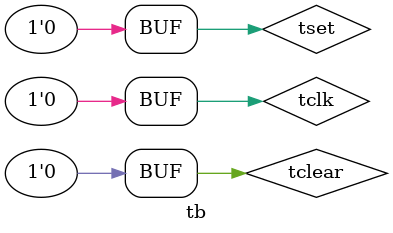
<source format=v>
module tb ();
wire top;
reg tset, tclear, tclk;

divby8  d8 (top,tclk,tset,tclear);

always 
begin
tclk=1'b1;
#5
tclk=1'b0;
#5;
end

initial 
begin
tset=1'b1; tclear=1'b0; #10
tset=1'b0; tclear=1'b1; #10
tset=1'b0; tclear=1'b0; #10;
end
endmodule
</source>
